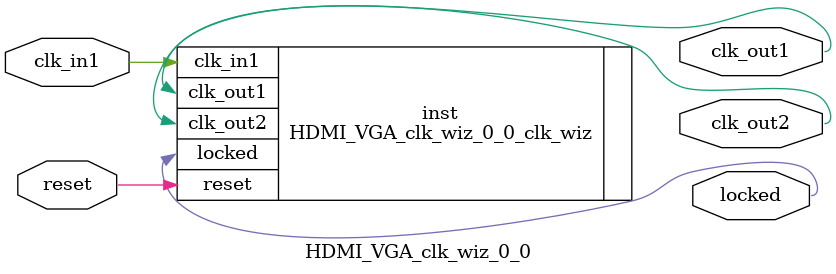
<source format=v>


`timescale 1ps/1ps

(* CORE_GENERATION_INFO = "HDMI_VGA_clk_wiz_0_0,clk_wiz_v6_0_1_0_0,{component_name=HDMI_VGA_clk_wiz_0_0,use_phase_alignment=true,use_min_o_jitter=false,use_max_i_jitter=false,use_dyn_phase_shift=false,use_inclk_switchover=false,use_dyn_reconfig=false,enable_axi=0,feedback_source=FDBK_AUTO,PRIMITIVE=MMCM,num_out_clk=2,clkin1_period=10.000,clkin2_period=10.000,use_power_down=false,use_reset=true,use_locked=true,use_inclk_stopped=false,feedback_type=SINGLE,CLOCK_MGR_TYPE=NA,manual_override=false}" *)

module HDMI_VGA_clk_wiz_0_0 
 (
  // Clock out ports
  output        clk_out1,
  output        clk_out2,
  // Status and control signals
  input         reset,
  output        locked,
 // Clock in ports
  input         clk_in1
 );

  HDMI_VGA_clk_wiz_0_0_clk_wiz inst
  (
  // Clock out ports  
  .clk_out1(clk_out1),
  .clk_out2(clk_out2),
  // Status and control signals               
  .reset(reset), 
  .locked(locked),
 // Clock in ports
  .clk_in1(clk_in1)
  );

endmodule

</source>
